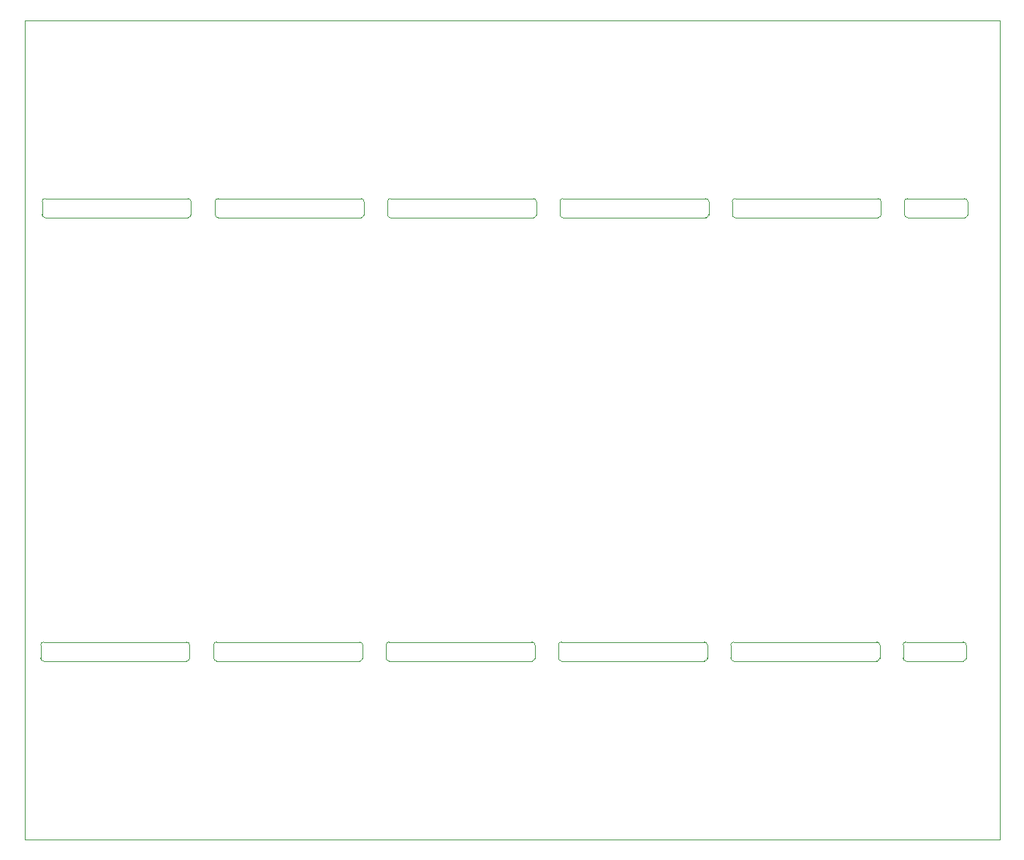
<source format=gm1>
G04 #@! TF.GenerationSoftware,KiCad,Pcbnew,8.0.6-8.0.6-0~ubuntu20.04.1*
G04 #@! TF.CreationDate,2024-11-10T22:02:34+01:00*
G04 #@! TF.ProjectId,home_auto,686f6d65-5f61-4757-946f-2e6b69636164,rev?*
G04 #@! TF.SameCoordinates,Original*
G04 #@! TF.FileFunction,Profile,NP*
%FSLAX46Y46*%
G04 Gerber Fmt 4.6, Leading zero omitted, Abs format (unit mm)*
G04 Created by KiCad (PCBNEW 8.0.6-8.0.6-0~ubuntu20.04.1) date 2024-11-10 22:02:34*
%MOMM*%
%LPD*%
G01*
G04 APERTURE LIST*
G04 #@! TA.AperFunction,Profile*
%ADD10C,0.050000*%
G04 #@! TD*
G04 APERTURE END LIST*
D10*
X160519479Y-69980746D02*
X143950147Y-69980746D01*
X143950520Y-72190000D02*
X160519480Y-72190000D01*
X160519479Y-69980746D02*
G75*
G02*
X160859654Y-70320893I21J-340154D01*
G01*
X143950520Y-72190000D02*
G75*
G02*
X143610373Y-71849853I1J340148D01*
G01*
X160859627Y-71849852D02*
G75*
G02*
X160519480Y-72189997I-340147J2D01*
G01*
X143610000Y-70320373D02*
G75*
G02*
X143950147Y-69980226I340146J1D01*
G01*
X160859626Y-70320893D02*
X160859626Y-71849852D01*
X143610000Y-70320373D02*
X143610000Y-71849853D01*
X223891040Y-72190373D02*
X240460000Y-72190373D01*
X240459999Y-69981119D02*
G75*
G02*
X240800181Y-70321266I1J-340181D01*
G01*
X223550520Y-70320746D02*
G75*
G02*
X223890667Y-69980520I340180J46D01*
G01*
X223891040Y-72190373D02*
G75*
G02*
X223550827Y-71850226I-40J340173D01*
G01*
X240459999Y-69981119D02*
X223890667Y-69981119D01*
X240800146Y-70321266D02*
X240800146Y-71850225D01*
X223550520Y-70320746D02*
X223550520Y-71850226D01*
X240800147Y-71850225D02*
G75*
G02*
X240460000Y-72190347I-340147J25D01*
G01*
X250820147Y-71850226D02*
G75*
G02*
X250480000Y-72190347I-340147J26D01*
G01*
X243510000Y-71850373D02*
X243510000Y-70320893D01*
X243849774Y-69980746D02*
X250479999Y-69980746D01*
X250480000Y-72190373D02*
X243870000Y-72190373D01*
X243509627Y-70320893D02*
G75*
G02*
X243849774Y-69980727I340173J-7D01*
G01*
X243850147Y-72190520D02*
G75*
G02*
X243510080Y-71850373I53J340120D01*
G01*
X250820147Y-71850226D02*
X250820147Y-70321267D01*
X250479999Y-69981120D02*
G75*
G02*
X250820080Y-70321267I1J-340080D01*
G01*
X180909626Y-70320893D02*
X180909626Y-71849852D01*
X180569479Y-69980746D02*
X164000147Y-69980746D01*
X180909627Y-71849852D02*
G75*
G02*
X180569480Y-72190027I-340127J-48D01*
G01*
X163660000Y-70320373D02*
X163660000Y-71849853D01*
X163660000Y-70320373D02*
G75*
G02*
X164000147Y-69980300I340100J-27D01*
G01*
X180569479Y-69980746D02*
G75*
G02*
X180909654Y-70320893I21J-340154D01*
G01*
X164000520Y-72190000D02*
X180569480Y-72190000D01*
X164000520Y-72190000D02*
G75*
G02*
X163660400Y-71849853I-20J340100D01*
G01*
X220499479Y-69980746D02*
X203930147Y-69980746D01*
X220499479Y-69980746D02*
G75*
G02*
X220839654Y-70320893I21J-340154D01*
G01*
X220839626Y-70320893D02*
X220839626Y-71849852D01*
X203590000Y-70320373D02*
X203590000Y-71849853D01*
X203930520Y-72190000D02*
X220499480Y-72190000D01*
X203590000Y-70320373D02*
G75*
G02*
X203930147Y-69980300I340100J-27D01*
G01*
X220839627Y-71849852D02*
G75*
G02*
X220499480Y-72190027I-340127J-48D01*
G01*
X203930520Y-72190000D02*
G75*
G02*
X203590400Y-71849853I-20J340100D01*
G01*
X200869627Y-71849852D02*
G75*
G02*
X200529480Y-72190027I-340127J-48D01*
G01*
X200529479Y-69980746D02*
X183960147Y-69980746D01*
X183620000Y-70320373D02*
G75*
G02*
X183960147Y-69980300I340100J-27D01*
G01*
X183960520Y-72190000D02*
X200529480Y-72190000D01*
X183960520Y-72190000D02*
G75*
G02*
X183620400Y-71849853I-20J340100D01*
G01*
X183620000Y-70320373D02*
X183620000Y-71849853D01*
X200869626Y-70320893D02*
X200869626Y-71849852D01*
X200529479Y-69980746D02*
G75*
G02*
X200869654Y-70320893I21J-340154D01*
G01*
X243689774Y-121360373D02*
X250319999Y-121360373D01*
X243350000Y-123230000D02*
X243350000Y-121700520D01*
X250320000Y-123570000D02*
X243710000Y-123570000D01*
X250660147Y-123229853D02*
X250660147Y-121700894D01*
X250319999Y-121360747D02*
G75*
G02*
X250660143Y-121700894I21J-340123D01*
G01*
X250660147Y-123229853D02*
G75*
G02*
X250320000Y-123570000I-340126J-21D01*
G01*
X243690147Y-123570147D02*
G75*
G02*
X243350003Y-123230000I3J340147D01*
G01*
X243349627Y-121700520D02*
G75*
G02*
X243689774Y-121360373I340144J3D01*
G01*
X240299999Y-121360746D02*
X223730667Y-121360746D01*
X240640146Y-121700893D02*
X240640146Y-123229852D01*
X223390520Y-121700373D02*
X223390520Y-123229853D01*
X223731040Y-123570000D02*
X240300000Y-123570000D01*
X223390520Y-121700373D02*
G75*
G02*
X223730667Y-121360226I340144J3D01*
G01*
X240299999Y-121360746D02*
G75*
G02*
X240640146Y-121700893I3J-340144D01*
G01*
X223731040Y-123570000D02*
G75*
G02*
X223390893Y-123229853I1J340148D01*
G01*
X240640147Y-123229852D02*
G75*
G02*
X240300000Y-123569999I-340144J-3D01*
G01*
X220339479Y-121360373D02*
X203770147Y-121360373D01*
X203770520Y-123569627D02*
X220339480Y-123569627D01*
X203770520Y-123569627D02*
G75*
G02*
X203430373Y-123229480I1J340148D01*
G01*
X220679626Y-121700520D02*
X220679626Y-123229479D01*
X203430000Y-121700000D02*
G75*
G02*
X203770147Y-121359853I340146J1D01*
G01*
X203430000Y-121700000D02*
X203430000Y-123229480D01*
X220679627Y-123229479D02*
G75*
G02*
X220339480Y-123569626I-340146J-1D01*
G01*
X220339479Y-121360373D02*
G75*
G02*
X220679626Y-121700520I1J-340146D01*
G01*
X200369479Y-121360373D02*
X183800147Y-121360373D01*
X183800520Y-123569627D02*
X200369480Y-123569627D01*
X183800520Y-123569627D02*
G75*
G02*
X183460373Y-123229480I1J340148D01*
G01*
X200709626Y-121700520D02*
X200709626Y-123229479D01*
X183460000Y-121700000D02*
G75*
G02*
X183800147Y-121359853I340146J1D01*
G01*
X183460000Y-121700000D02*
X183460000Y-123229480D01*
X200709627Y-123229479D02*
G75*
G02*
X200369480Y-123569626I-340146J-1D01*
G01*
X200369479Y-121360373D02*
G75*
G02*
X200709626Y-121700520I1J-340146D01*
G01*
X180409479Y-121360373D02*
X163840147Y-121360373D01*
X163840520Y-123569627D02*
X180409480Y-123569627D01*
X163840520Y-123569627D02*
G75*
G02*
X163500373Y-123229480I1J340148D01*
G01*
X180749626Y-121700520D02*
X180749626Y-123229479D01*
X163500000Y-121700000D02*
G75*
G02*
X163840147Y-121359853I340146J1D01*
G01*
X163500000Y-121700000D02*
X163500000Y-123229480D01*
X180749627Y-123229479D02*
G75*
G02*
X180409480Y-123569626I-340146J-1D01*
G01*
X180409479Y-121360373D02*
G75*
G02*
X180749626Y-121700520I1J-340146D01*
G01*
X160359479Y-121360373D02*
X143790147Y-121360373D01*
X160699626Y-121700520D02*
X160699626Y-123229479D01*
X143790520Y-123569627D02*
X160359480Y-123569627D01*
X143450000Y-121700000D02*
X143450000Y-123229480D01*
X143450000Y-121700000D02*
G75*
G02*
X143790147Y-121359850I340150J0D01*
G01*
X160359479Y-121360373D02*
G75*
G02*
X160699629Y-121700520I0J-340150D01*
G01*
X160699627Y-123229479D02*
G75*
G02*
X160359480Y-123569629I-340150J0D01*
G01*
X143790520Y-123569627D02*
G75*
G02*
X143450373Y-123229480I0J340147D01*
G01*
X141590000Y-49340000D02*
X254550000Y-49340000D01*
X254550000Y-144230000D01*
X141590000Y-144230000D01*
X141590000Y-49340000D01*
M02*

</source>
